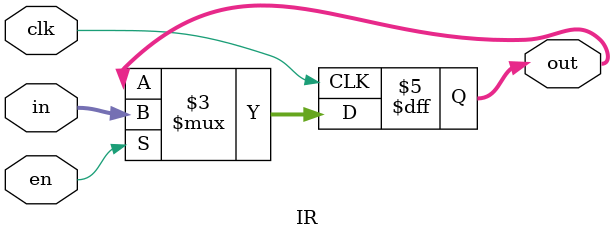
<source format=v>
`timescale 1ns / 1ps
module IR(
input clk,
input en,
input [31:0] in,
output reg [31:0] out
    );

	always @ (posedge clk) begin
			#1
			if (en)
				out = in;
	end

endmodule

</source>
